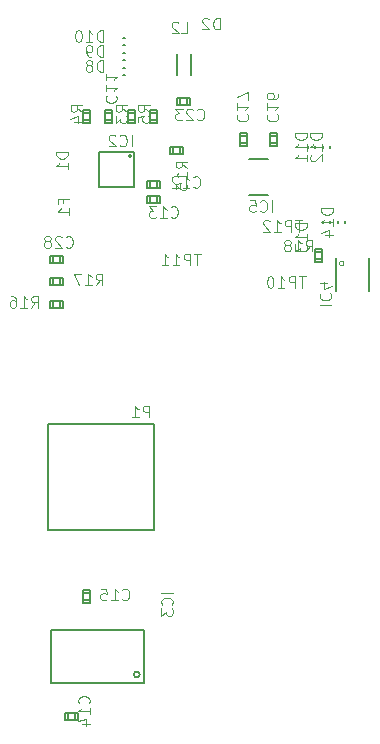
<source format=gbr>
G04 #@! TF.GenerationSoftware,KiCad,Pcbnew,5.0.2-bee76a0~70~ubuntu18.04.1*
G04 #@! TF.CreationDate,2019-09-11T11:18:42+02:00*
G04 #@! TF.ProjectId,easyhive_1_3,65617379-6869-4766-955f-315f332e6b69,rev?*
G04 #@! TF.SameCoordinates,Original*
G04 #@! TF.FileFunction,Legend,Bot*
G04 #@! TF.FilePolarity,Positive*
%FSLAX46Y46*%
G04 Gerber Fmt 4.6, Leading zero omitted, Abs format (unit mm)*
G04 Created by KiCad (PCBNEW 5.0.2-bee76a0~70~ubuntu18.04.1) date Mi 11 Sep 2019 11:18:42 CEST*
%MOMM*%
%LPD*%
G01*
G04 APERTURE LIST*
%ADD10C,0.127000*%
%ADD11C,0.152400*%
%ADD12C,0.100000*%
%ADD13C,0.203200*%
%ADD14C,0.096520*%
G04 APERTURE END LIST*
D10*
G04 #@! TO.C,C11*
X141496100Y-78068600D02*
X142096100Y-78068600D01*
X141496100Y-78668600D02*
X142096100Y-78668600D01*
X141496100Y-78068600D02*
X141496100Y-77818600D01*
X141496100Y-78668600D02*
X141496100Y-78068600D01*
X141496100Y-78918600D02*
X141496100Y-78668600D01*
X142096100Y-78068600D02*
X142096100Y-77818600D01*
X142096100Y-78668600D02*
X142096100Y-78068600D01*
X142096100Y-78918600D02*
X142096100Y-78668600D01*
X141496100Y-77818600D02*
X142096100Y-77818600D01*
X141496100Y-78918600D02*
X142096100Y-78918600D01*
G04 #@! TO.C,C12*
X145906100Y-83783600D02*
X145906100Y-84383600D01*
X145306100Y-83783600D02*
X145306100Y-84383600D01*
X145906100Y-83783600D02*
X146156100Y-83783600D01*
X145306100Y-83783600D02*
X145906100Y-83783600D01*
X145056100Y-83783600D02*
X145306100Y-83783600D01*
X145906100Y-84383600D02*
X146156100Y-84383600D01*
X145306100Y-84383600D02*
X145906100Y-84383600D01*
X145056100Y-84383600D02*
X145306100Y-84383600D01*
X146156100Y-83783600D02*
X146156100Y-84383600D01*
X145056100Y-83783600D02*
X145056100Y-84383600D01*
G04 #@! TO.C,C13*
X145906100Y-85053600D02*
X145906100Y-85653600D01*
X145306100Y-85053600D02*
X145306100Y-85653600D01*
X145906100Y-85053600D02*
X146156100Y-85053600D01*
X145306100Y-85053600D02*
X145906100Y-85053600D01*
X145056100Y-85053600D02*
X145306100Y-85053600D01*
X145906100Y-85653600D02*
X146156100Y-85653600D01*
X145306100Y-85653600D02*
X145906100Y-85653600D01*
X145056100Y-85653600D02*
X145306100Y-85653600D01*
X146156100Y-85053600D02*
X146156100Y-85653600D01*
X145056100Y-85053600D02*
X145056100Y-85653600D01*
D11*
G04 #@! TO.C,IC2*
X143931100Y-81313600D02*
X140931100Y-81313600D01*
X140931100Y-81313600D02*
X140931100Y-84313600D01*
X140931100Y-84313600D02*
X143931100Y-84313600D01*
X143931100Y-84313600D02*
X143931100Y-81313600D01*
X143681100Y-81688600D02*
G75*
G03X143681100Y-81688600I-125000J0D01*
G01*
D10*
G04 #@! TO.C,R3*
X144001100Y-78668600D02*
X143401100Y-78668600D01*
X144001100Y-78068600D02*
X143401100Y-78068600D01*
X144001100Y-78668600D02*
X144001100Y-78918600D01*
X144001100Y-78068600D02*
X144001100Y-78668600D01*
X144001100Y-77818600D02*
X144001100Y-78068600D01*
X143401100Y-78668600D02*
X143401100Y-78918600D01*
X143401100Y-78068600D02*
X143401100Y-78668600D01*
X143401100Y-77818600D02*
X143401100Y-78068600D01*
X144001100Y-78918600D02*
X143401100Y-78918600D01*
X144001100Y-77818600D02*
X143401100Y-77818600D01*
G04 #@! TO.C,R4*
X140191100Y-78668600D02*
X139591100Y-78668600D01*
X140191100Y-78068600D02*
X139591100Y-78068600D01*
X140191100Y-78668600D02*
X140191100Y-78918600D01*
X140191100Y-78068600D02*
X140191100Y-78668600D01*
X140191100Y-77818600D02*
X140191100Y-78068600D01*
X139591100Y-78668600D02*
X139591100Y-78918600D01*
X139591100Y-78068600D02*
X139591100Y-78668600D01*
X139591100Y-77818600D02*
X139591100Y-78068600D01*
X140191100Y-78918600D02*
X139591100Y-78918600D01*
X140191100Y-77818600D02*
X139591100Y-77818600D01*
G04 #@! TO.C,R5*
X145906100Y-78668600D02*
X145306100Y-78668600D01*
X145906100Y-78068600D02*
X145306100Y-78068600D01*
X145906100Y-78668600D02*
X145906100Y-78918600D01*
X145906100Y-78068600D02*
X145906100Y-78668600D01*
X145906100Y-77818600D02*
X145906100Y-78068600D01*
X145306100Y-78668600D02*
X145306100Y-78918600D01*
X145306100Y-78068600D02*
X145306100Y-78668600D01*
X145306100Y-77818600D02*
X145306100Y-78068600D01*
X145906100Y-78918600D02*
X145306100Y-78918600D01*
X145906100Y-77818600D02*
X145306100Y-77818600D01*
G04 #@! TO.C,IC3*
X144411100Y-125588600D02*
G75*
G03X144411100Y-125588600I-250000J0D01*
G01*
X144811100Y-126338600D02*
X144811100Y-121838600D01*
X136861100Y-126338600D02*
X144811100Y-126338600D01*
X136861100Y-121838600D02*
X136861100Y-126338600D01*
X144811100Y-121838600D02*
X136861100Y-121838600D01*
G04 #@! TO.C,C14*
X138321100Y-129468600D02*
X138321100Y-128868600D01*
X138921100Y-129468600D02*
X138921100Y-128868600D01*
X138321100Y-129468600D02*
X138071100Y-129468600D01*
X138921100Y-129468600D02*
X138321100Y-129468600D01*
X139171100Y-129468600D02*
X138921100Y-129468600D01*
X138321100Y-128868600D02*
X138071100Y-128868600D01*
X138921100Y-128868600D02*
X138321100Y-128868600D01*
X139171100Y-128868600D02*
X138921100Y-128868600D01*
X138071100Y-129468600D02*
X138071100Y-128868600D01*
X139171100Y-129468600D02*
X139171100Y-128868600D01*
G04 #@! TO.C,C15*
X140191100Y-119308600D02*
X139591100Y-119308600D01*
X140191100Y-118708600D02*
X139591100Y-118708600D01*
X140191100Y-119308600D02*
X140191100Y-119558600D01*
X140191100Y-118708600D02*
X140191100Y-119308600D01*
X140191100Y-118458600D02*
X140191100Y-118708600D01*
X139591100Y-119308600D02*
X139591100Y-119558600D01*
X139591100Y-118708600D02*
X139591100Y-119308600D01*
X139591100Y-118458600D02*
X139591100Y-118708600D01*
X140191100Y-119558600D02*
X139591100Y-119558600D01*
X140191100Y-118458600D02*
X139591100Y-118458600D01*
D12*
G04 #@! TO.C,IC4*
X161716100Y-90803600D02*
G75*
G03X161716100Y-90803600I-200000J0D01*
G01*
D13*
X161016100Y-93103600D02*
X161016100Y-90303600D01*
X163866100Y-90303600D02*
X163866100Y-93103600D01*
D10*
G04 #@! TO.C,IC5*
X155296100Y-81948600D02*
X153696100Y-81948600D01*
X153696100Y-84948600D02*
X155296100Y-84948600D01*
G04 #@! TO.C,C16*
X155466100Y-79973600D02*
X156066100Y-79973600D01*
X155466100Y-80573600D02*
X156066100Y-80573600D01*
X155466100Y-79973600D02*
X155466100Y-79723600D01*
X155466100Y-80573600D02*
X155466100Y-79973600D01*
X155466100Y-80823600D02*
X155466100Y-80573600D01*
X156066100Y-79973600D02*
X156066100Y-79723600D01*
X156066100Y-80573600D02*
X156066100Y-79973600D01*
X156066100Y-80823600D02*
X156066100Y-80573600D01*
X155466100Y-79723600D02*
X156066100Y-79723600D01*
X155466100Y-80823600D02*
X156066100Y-80823600D01*
G04 #@! TO.C,C17*
X152926100Y-79973600D02*
X153526100Y-79973600D01*
X152926100Y-80573600D02*
X153526100Y-80573600D01*
X152926100Y-79973600D02*
X152926100Y-79723600D01*
X152926100Y-80573600D02*
X152926100Y-79973600D01*
X152926100Y-80823600D02*
X152926100Y-80573600D01*
X153526100Y-79973600D02*
X153526100Y-79723600D01*
X153526100Y-80573600D02*
X153526100Y-79973600D01*
X153526100Y-80823600D02*
X153526100Y-80573600D01*
X152926100Y-79723600D02*
X153526100Y-79723600D01*
X152926100Y-80823600D02*
X153526100Y-80823600D01*
G04 #@! TO.C,D8*
X142966100Y-74258600D02*
X143166100Y-74258600D01*
X142966100Y-74858600D02*
X143166100Y-74858600D01*
G04 #@! TO.C,D9*
X142966100Y-72988600D02*
X143166100Y-72988600D01*
X142966100Y-73588600D02*
X143166100Y-73588600D01*
D13*
G04 #@! TO.C,L2*
X147546100Y-74823600D02*
X147546100Y-73023600D01*
X148746100Y-73023600D02*
X148746100Y-74823600D01*
D10*
G04 #@! TO.C,D10*
X142966100Y-71718600D02*
X143166100Y-71718600D01*
X142966100Y-72318600D02*
X143166100Y-72318600D01*
G04 #@! TO.C,C23*
X148446100Y-76798600D02*
X148446100Y-77398600D01*
X147846100Y-76798600D02*
X147846100Y-77398600D01*
X148446100Y-76798600D02*
X148696100Y-76798600D01*
X147846100Y-76798600D02*
X148446100Y-76798600D01*
X147596100Y-76798600D02*
X147846100Y-76798600D01*
X148446100Y-77398600D02*
X148696100Y-77398600D01*
X147846100Y-77398600D02*
X148446100Y-77398600D01*
X147596100Y-77398600D02*
X147846100Y-77398600D01*
X148696100Y-76798600D02*
X148696100Y-77398600D01*
X147596100Y-76798600D02*
X147596100Y-77398600D01*
G04 #@! TO.C,P1*
X145661100Y-104348600D02*
X136661100Y-104348600D01*
X145661100Y-113348600D02*
X145661100Y-104348600D01*
X136661100Y-113348600D02*
X145661100Y-113348600D01*
X136661100Y-104348600D02*
X136661100Y-113348600D01*
G04 #@! TO.C,R16*
X137051100Y-94543600D02*
X137051100Y-93943600D01*
X137651100Y-94543600D02*
X137651100Y-93943600D01*
X137051100Y-94543600D02*
X136801100Y-94543600D01*
X137651100Y-94543600D02*
X137051100Y-94543600D01*
X137901100Y-94543600D02*
X137651100Y-94543600D01*
X137051100Y-93943600D02*
X136801100Y-93943600D01*
X137651100Y-93943600D02*
X137051100Y-93943600D01*
X137901100Y-93943600D02*
X137651100Y-93943600D01*
X136801100Y-94543600D02*
X136801100Y-93943600D01*
X137901100Y-94543600D02*
X137901100Y-93943600D01*
G04 #@! TO.C,R17*
X137651100Y-92038600D02*
X137651100Y-92638600D01*
X137051100Y-92038600D02*
X137051100Y-92638600D01*
X137651100Y-92038600D02*
X137901100Y-92038600D01*
X137051100Y-92038600D02*
X137651100Y-92038600D01*
X136801100Y-92038600D02*
X137051100Y-92038600D01*
X137651100Y-92638600D02*
X137901100Y-92638600D01*
X137051100Y-92638600D02*
X137651100Y-92638600D01*
X136801100Y-92638600D02*
X137051100Y-92638600D01*
X137901100Y-92038600D02*
X137901100Y-92638600D01*
X136801100Y-92038600D02*
X136801100Y-92638600D01*
G04 #@! TO.C,C28*
X137051100Y-90733600D02*
X137051100Y-90133600D01*
X137651100Y-90733600D02*
X137651100Y-90133600D01*
X137051100Y-90733600D02*
X136801100Y-90733600D01*
X137651100Y-90733600D02*
X137051100Y-90733600D01*
X137901100Y-90733600D02*
X137651100Y-90733600D01*
X137051100Y-90133600D02*
X136801100Y-90133600D01*
X137651100Y-90133600D02*
X137051100Y-90133600D01*
X137901100Y-90133600D02*
X137651100Y-90133600D01*
X136801100Y-90733600D02*
X136801100Y-90133600D01*
X137901100Y-90733600D02*
X137901100Y-90133600D01*
G04 #@! TO.C,R18*
X159876100Y-90416100D02*
X159276100Y-90416100D01*
X159876100Y-89816100D02*
X159276100Y-89816100D01*
X159876100Y-90416100D02*
X159876100Y-90666100D01*
X159876100Y-89816100D02*
X159876100Y-90416100D01*
X159876100Y-89566100D02*
X159876100Y-89816100D01*
X159276100Y-90416100D02*
X159276100Y-90666100D01*
X159276100Y-89816100D02*
X159276100Y-90416100D01*
X159276100Y-89566100D02*
X159276100Y-89816100D01*
X159876100Y-90666100D02*
X159276100Y-90666100D01*
X159876100Y-89566100D02*
X159276100Y-89566100D01*
G04 #@! TO.C,D11*
X159241100Y-80808600D02*
X159241100Y-81008600D01*
X158641100Y-80808600D02*
X158641100Y-81008600D01*
G04 #@! TO.C,D12*
X160511100Y-80808600D02*
X160511100Y-81008600D01*
X159911100Y-80808600D02*
X159911100Y-81008600D01*
G04 #@! TO.C,D13*
X159911100Y-87358600D02*
X159911100Y-87158600D01*
X160511100Y-87358600D02*
X160511100Y-87158600D01*
G04 #@! TO.C,D14*
X161181100Y-87358600D02*
X161181100Y-87158600D01*
X161781100Y-87358600D02*
X161781100Y-87158600D01*
G04 #@! TO.C,R15*
X147211100Y-81526100D02*
X147211100Y-80926100D01*
X147811100Y-81526100D02*
X147811100Y-80926100D01*
X147211100Y-81526100D02*
X146961100Y-81526100D01*
X147811100Y-81526100D02*
X147211100Y-81526100D01*
X148061100Y-81526100D02*
X147811100Y-81526100D01*
X147211100Y-80926100D02*
X146961100Y-80926100D01*
X147811100Y-80926100D02*
X147211100Y-80926100D01*
X148061100Y-80926100D02*
X147811100Y-80926100D01*
X146961100Y-81526100D02*
X146961100Y-80926100D01*
X148061100Y-81526100D02*
X148061100Y-80926100D01*
G04 #@! TO.C,D1*
D14*
X138305138Y-81348647D02*
X137339938Y-81348647D01*
X137339938Y-81578457D01*
X137385900Y-81716342D01*
X137477823Y-81808266D01*
X137569747Y-81854228D01*
X137753595Y-81900190D01*
X137891480Y-81900190D01*
X138075328Y-81854228D01*
X138167252Y-81808266D01*
X138259176Y-81716342D01*
X138305138Y-81578457D01*
X138305138Y-81348647D01*
X138305138Y-82819428D02*
X138305138Y-82267885D01*
X138305138Y-82543657D02*
X137339938Y-82543657D01*
X137477823Y-82451733D01*
X137569747Y-82359809D01*
X137615709Y-82267885D01*
G04 #@! TO.C,D2*
X151176052Y-70972638D02*
X151176052Y-70007438D01*
X150946242Y-70007438D01*
X150808357Y-70053400D01*
X150716433Y-70145323D01*
X150670471Y-70237247D01*
X150624509Y-70421095D01*
X150624509Y-70558980D01*
X150670471Y-70742828D01*
X150716433Y-70834752D01*
X150808357Y-70926676D01*
X150946242Y-70972638D01*
X151176052Y-70972638D01*
X150256814Y-70099361D02*
X150210852Y-70053400D01*
X150118928Y-70007438D01*
X149889119Y-70007438D01*
X149797195Y-70053400D01*
X149751233Y-70099361D01*
X149705271Y-70191285D01*
X149705271Y-70283209D01*
X149751233Y-70421095D01*
X150302776Y-70972638D01*
X149705271Y-70972638D01*
G04 #@! TO.C,C11*
X141616485Y-76572009D02*
X141570523Y-76617971D01*
X141524561Y-76755857D01*
X141524561Y-76847781D01*
X141570523Y-76985666D01*
X141662447Y-77077590D01*
X141754371Y-77123552D01*
X141938219Y-77169514D01*
X142076104Y-77169514D01*
X142259952Y-77123552D01*
X142351876Y-77077590D01*
X142443800Y-76985666D01*
X142489761Y-76847781D01*
X142489761Y-76755857D01*
X142443800Y-76617971D01*
X142397838Y-76572009D01*
X141524561Y-75652771D02*
X141524561Y-76204314D01*
X141524561Y-75928542D02*
X142489761Y-75928542D01*
X142351876Y-76020466D01*
X142259952Y-76112390D01*
X142213990Y-76204314D01*
X141524561Y-74733533D02*
X141524561Y-75285076D01*
X141524561Y-75009304D02*
X142489761Y-75009304D01*
X142351876Y-75101228D01*
X142259952Y-75193152D01*
X142213990Y-75285076D01*
G04 #@! TO.C,C12*
X148961161Y-84275914D02*
X149007123Y-84321876D01*
X149145009Y-84367838D01*
X149236933Y-84367838D01*
X149374818Y-84321876D01*
X149466742Y-84229952D01*
X149512704Y-84138028D01*
X149558666Y-83954180D01*
X149558666Y-83816295D01*
X149512704Y-83632447D01*
X149466742Y-83540523D01*
X149374818Y-83448600D01*
X149236933Y-83402638D01*
X149145009Y-83402638D01*
X149007123Y-83448600D01*
X148961161Y-83494561D01*
X148041923Y-84367838D02*
X148593466Y-84367838D01*
X148317695Y-84367838D02*
X148317695Y-83402638D01*
X148409618Y-83540523D01*
X148501542Y-83632447D01*
X148593466Y-83678409D01*
X147674228Y-83494561D02*
X147628266Y-83448600D01*
X147536342Y-83402638D01*
X147306533Y-83402638D01*
X147214609Y-83448600D01*
X147168647Y-83494561D01*
X147122685Y-83586485D01*
X147122685Y-83678409D01*
X147168647Y-83816295D01*
X147720190Y-84367838D01*
X147122685Y-84367838D01*
G04 #@! TO.C,C13*
X147056161Y-86815914D02*
X147102123Y-86861876D01*
X147240009Y-86907838D01*
X147331933Y-86907838D01*
X147469818Y-86861876D01*
X147561742Y-86769952D01*
X147607704Y-86678028D01*
X147653666Y-86494180D01*
X147653666Y-86356295D01*
X147607704Y-86172447D01*
X147561742Y-86080523D01*
X147469818Y-85988600D01*
X147331933Y-85942638D01*
X147240009Y-85942638D01*
X147102123Y-85988600D01*
X147056161Y-86034561D01*
X146136923Y-86907838D02*
X146688466Y-86907838D01*
X146412695Y-86907838D02*
X146412695Y-85942638D01*
X146504618Y-86080523D01*
X146596542Y-86172447D01*
X146688466Y-86218409D01*
X145815190Y-85942638D02*
X145217685Y-85942638D01*
X145539418Y-86310333D01*
X145401533Y-86310333D01*
X145309609Y-86356295D01*
X145263647Y-86402257D01*
X145217685Y-86494180D01*
X145217685Y-86723990D01*
X145263647Y-86815914D01*
X145309609Y-86861876D01*
X145401533Y-86907838D01*
X145677304Y-86907838D01*
X145769228Y-86861876D01*
X145815190Y-86815914D01*
G04 #@! TO.C,IC2*
X143726052Y-80862638D02*
X143726052Y-79897438D01*
X142714890Y-80770714D02*
X142760852Y-80816676D01*
X142898738Y-80862638D01*
X142990662Y-80862638D01*
X143128547Y-80816676D01*
X143220471Y-80724752D01*
X143266433Y-80632828D01*
X143312395Y-80448980D01*
X143312395Y-80311095D01*
X143266433Y-80127247D01*
X143220471Y-80035323D01*
X143128547Y-79943400D01*
X142990662Y-79897438D01*
X142898738Y-79897438D01*
X142760852Y-79943400D01*
X142714890Y-79989361D01*
X142347195Y-79989361D02*
X142301233Y-79943400D01*
X142209309Y-79897438D01*
X141979500Y-79897438D01*
X141887576Y-79943400D01*
X141841614Y-79989361D01*
X141795652Y-80081285D01*
X141795652Y-80173209D01*
X141841614Y-80311095D01*
X142393157Y-80862638D01*
X141795652Y-80862638D01*
G04 #@! TO.C,R3*
X143337638Y-77942690D02*
X142878019Y-77620957D01*
X143337638Y-77391147D02*
X142372438Y-77391147D01*
X142372438Y-77758842D01*
X142418400Y-77850766D01*
X142464361Y-77896728D01*
X142556285Y-77942690D01*
X142694171Y-77942690D01*
X142786095Y-77896728D01*
X142832057Y-77850766D01*
X142878019Y-77758842D01*
X142878019Y-77391147D01*
X142372438Y-78264423D02*
X142372438Y-78861928D01*
X142740133Y-78540195D01*
X142740133Y-78678080D01*
X142786095Y-78770004D01*
X142832057Y-78815966D01*
X142923980Y-78861928D01*
X143153790Y-78861928D01*
X143245714Y-78815966D01*
X143291676Y-78770004D01*
X143337638Y-78678080D01*
X143337638Y-78402309D01*
X143291676Y-78310385D01*
X143245714Y-78264423D01*
G04 #@! TO.C,R4*
X139527638Y-77942690D02*
X139068019Y-77620957D01*
X139527638Y-77391147D02*
X138562438Y-77391147D01*
X138562438Y-77758842D01*
X138608400Y-77850766D01*
X138654361Y-77896728D01*
X138746285Y-77942690D01*
X138884171Y-77942690D01*
X138976095Y-77896728D01*
X139022057Y-77850766D01*
X139068019Y-77758842D01*
X139068019Y-77391147D01*
X138884171Y-78770004D02*
X139527638Y-78770004D01*
X138516476Y-78540195D02*
X139205904Y-78310385D01*
X139205904Y-78907890D01*
G04 #@! TO.C,R5*
X145242638Y-77942690D02*
X144783019Y-77620957D01*
X145242638Y-77391147D02*
X144277438Y-77391147D01*
X144277438Y-77758842D01*
X144323400Y-77850766D01*
X144369361Y-77896728D01*
X144461285Y-77942690D01*
X144599171Y-77942690D01*
X144691095Y-77896728D01*
X144737057Y-77850766D01*
X144783019Y-77758842D01*
X144783019Y-77391147D01*
X144277438Y-78815966D02*
X144277438Y-78356347D01*
X144737057Y-78310385D01*
X144691095Y-78356347D01*
X144645133Y-78448271D01*
X144645133Y-78678080D01*
X144691095Y-78770004D01*
X144737057Y-78815966D01*
X144828980Y-78861928D01*
X145058790Y-78861928D01*
X145150714Y-78815966D01*
X145196676Y-78770004D01*
X145242638Y-78678080D01*
X145242638Y-78448271D01*
X145196676Y-78356347D01*
X145150714Y-78310385D01*
G04 #@! TO.C,IC3*
X147207838Y-118661614D02*
X146242638Y-118661614D01*
X147115914Y-119672776D02*
X147161876Y-119626814D01*
X147207838Y-119488928D01*
X147207838Y-119397004D01*
X147161876Y-119259119D01*
X147069952Y-119167195D01*
X146978028Y-119121233D01*
X146794180Y-119075271D01*
X146656295Y-119075271D01*
X146472447Y-119121233D01*
X146380523Y-119167195D01*
X146288600Y-119259119D01*
X146242638Y-119397004D01*
X146242638Y-119488928D01*
X146288600Y-119626814D01*
X146334561Y-119672776D01*
X146242638Y-119994509D02*
X146242638Y-120592014D01*
X146610333Y-120270281D01*
X146610333Y-120408166D01*
X146656295Y-120500090D01*
X146702257Y-120546052D01*
X146794180Y-120592014D01*
X147023990Y-120592014D01*
X147115914Y-120546052D01*
X147161876Y-120500090D01*
X147207838Y-120408166D01*
X147207838Y-120132395D01*
X147161876Y-120040471D01*
X147115914Y-119994509D01*
G04 #@! TO.C,C14*
X140083414Y-128036038D02*
X140129376Y-127990076D01*
X140175338Y-127852190D01*
X140175338Y-127760266D01*
X140129376Y-127622381D01*
X140037452Y-127530457D01*
X139945528Y-127484495D01*
X139761680Y-127438533D01*
X139623795Y-127438533D01*
X139439947Y-127484495D01*
X139348023Y-127530457D01*
X139256100Y-127622381D01*
X139210138Y-127760266D01*
X139210138Y-127852190D01*
X139256100Y-127990076D01*
X139302061Y-128036038D01*
X140175338Y-128955276D02*
X140175338Y-128403733D01*
X140175338Y-128679504D02*
X139210138Y-128679504D01*
X139348023Y-128587581D01*
X139439947Y-128495657D01*
X139485909Y-128403733D01*
X139531871Y-129782590D02*
X140175338Y-129782590D01*
X139164176Y-129552781D02*
X139853604Y-129322971D01*
X139853604Y-129920476D01*
G04 #@! TO.C,C15*
X142928661Y-119200914D02*
X142974623Y-119246876D01*
X143112509Y-119292838D01*
X143204433Y-119292838D01*
X143342318Y-119246876D01*
X143434242Y-119154952D01*
X143480204Y-119063028D01*
X143526166Y-118879180D01*
X143526166Y-118741295D01*
X143480204Y-118557447D01*
X143434242Y-118465523D01*
X143342318Y-118373600D01*
X143204433Y-118327638D01*
X143112509Y-118327638D01*
X142974623Y-118373600D01*
X142928661Y-118419561D01*
X142009423Y-119292838D02*
X142560966Y-119292838D01*
X142285195Y-119292838D02*
X142285195Y-118327638D01*
X142377118Y-118465523D01*
X142469042Y-118557447D01*
X142560966Y-118603409D01*
X141136147Y-118327638D02*
X141595766Y-118327638D01*
X141641728Y-118787257D01*
X141595766Y-118741295D01*
X141503842Y-118695333D01*
X141274033Y-118695333D01*
X141182109Y-118741295D01*
X141136147Y-118787257D01*
X141090185Y-118879180D01*
X141090185Y-119108990D01*
X141136147Y-119200914D01*
X141182109Y-119246876D01*
X141274033Y-119292838D01*
X141503842Y-119292838D01*
X141595766Y-119246876D01*
X141641728Y-119200914D01*
G04 #@! TO.C,IC4*
X159659561Y-94306052D02*
X160624761Y-94306052D01*
X159751485Y-93294890D02*
X159705523Y-93340852D01*
X159659561Y-93478738D01*
X159659561Y-93570662D01*
X159705523Y-93708547D01*
X159797447Y-93800471D01*
X159889371Y-93846433D01*
X160073219Y-93892395D01*
X160211104Y-93892395D01*
X160394952Y-93846433D01*
X160486876Y-93800471D01*
X160578800Y-93708547D01*
X160624761Y-93570662D01*
X160624761Y-93478738D01*
X160578800Y-93340852D01*
X160532838Y-93294890D01*
X160303028Y-92467576D02*
X159659561Y-92467576D01*
X160670723Y-92697385D02*
X159981295Y-92927195D01*
X159981295Y-92329690D01*
G04 #@! TO.C,IC5*
X155636052Y-86415138D02*
X155636052Y-85449938D01*
X154624890Y-86323214D02*
X154670852Y-86369176D01*
X154808738Y-86415138D01*
X154900662Y-86415138D01*
X155038547Y-86369176D01*
X155130471Y-86277252D01*
X155176433Y-86185328D01*
X155222395Y-86001480D01*
X155222395Y-85863595D01*
X155176433Y-85679747D01*
X155130471Y-85587823D01*
X155038547Y-85495900D01*
X154900662Y-85449938D01*
X154808738Y-85449938D01*
X154670852Y-85495900D01*
X154624890Y-85541861D01*
X153751614Y-85449938D02*
X154211233Y-85449938D01*
X154257195Y-85909557D01*
X154211233Y-85863595D01*
X154119309Y-85817633D01*
X153889500Y-85817633D01*
X153797576Y-85863595D01*
X153751614Y-85909557D01*
X153705652Y-86001480D01*
X153705652Y-86231290D01*
X153751614Y-86323214D01*
X153797576Y-86369176D01*
X153889500Y-86415138D01*
X154119309Y-86415138D01*
X154211233Y-86369176D01*
X154257195Y-86323214D01*
G04 #@! TO.C,C16*
X155268985Y-78159509D02*
X155223023Y-78205471D01*
X155177061Y-78343357D01*
X155177061Y-78435281D01*
X155223023Y-78573166D01*
X155314947Y-78665090D01*
X155406871Y-78711052D01*
X155590719Y-78757014D01*
X155728604Y-78757014D01*
X155912452Y-78711052D01*
X156004376Y-78665090D01*
X156096300Y-78573166D01*
X156142261Y-78435281D01*
X156142261Y-78343357D01*
X156096300Y-78205471D01*
X156050338Y-78159509D01*
X155177061Y-77240271D02*
X155177061Y-77791814D01*
X155177061Y-77516042D02*
X156142261Y-77516042D01*
X156004376Y-77607966D01*
X155912452Y-77699890D01*
X155866490Y-77791814D01*
X156142261Y-76412957D02*
X156142261Y-76596804D01*
X156096300Y-76688728D01*
X156050338Y-76734690D01*
X155912452Y-76826614D01*
X155728604Y-76872576D01*
X155360909Y-76872576D01*
X155268985Y-76826614D01*
X155223023Y-76780652D01*
X155177061Y-76688728D01*
X155177061Y-76504881D01*
X155223023Y-76412957D01*
X155268985Y-76366995D01*
X155360909Y-76321033D01*
X155590719Y-76321033D01*
X155682642Y-76366995D01*
X155728604Y-76412957D01*
X155774566Y-76504881D01*
X155774566Y-76688728D01*
X155728604Y-76780652D01*
X155682642Y-76826614D01*
X155590719Y-76872576D01*
G04 #@! TO.C,C17*
X152728985Y-78159509D02*
X152683023Y-78205471D01*
X152637061Y-78343357D01*
X152637061Y-78435281D01*
X152683023Y-78573166D01*
X152774947Y-78665090D01*
X152866871Y-78711052D01*
X153050719Y-78757014D01*
X153188604Y-78757014D01*
X153372452Y-78711052D01*
X153464376Y-78665090D01*
X153556300Y-78573166D01*
X153602261Y-78435281D01*
X153602261Y-78343357D01*
X153556300Y-78205471D01*
X153510338Y-78159509D01*
X152637061Y-77240271D02*
X152637061Y-77791814D01*
X152637061Y-77516042D02*
X153602261Y-77516042D01*
X153464376Y-77607966D01*
X153372452Y-77699890D01*
X153326490Y-77791814D01*
X153602261Y-76918538D02*
X153602261Y-76275071D01*
X152637061Y-76688728D01*
G04 #@! TO.C,D8*
X141333552Y-74547638D02*
X141333552Y-73582438D01*
X141103742Y-73582438D01*
X140965857Y-73628400D01*
X140873933Y-73720323D01*
X140827971Y-73812247D01*
X140782009Y-73996095D01*
X140782009Y-74133980D01*
X140827971Y-74317828D01*
X140873933Y-74409752D01*
X140965857Y-74501676D01*
X141103742Y-74547638D01*
X141333552Y-74547638D01*
X140230466Y-73996095D02*
X140322390Y-73950133D01*
X140368352Y-73904171D01*
X140414314Y-73812247D01*
X140414314Y-73766285D01*
X140368352Y-73674361D01*
X140322390Y-73628400D01*
X140230466Y-73582438D01*
X140046619Y-73582438D01*
X139954695Y-73628400D01*
X139908733Y-73674361D01*
X139862771Y-73766285D01*
X139862771Y-73812247D01*
X139908733Y-73904171D01*
X139954695Y-73950133D01*
X140046619Y-73996095D01*
X140230466Y-73996095D01*
X140322390Y-74042057D01*
X140368352Y-74088019D01*
X140414314Y-74179942D01*
X140414314Y-74363790D01*
X140368352Y-74455714D01*
X140322390Y-74501676D01*
X140230466Y-74547638D01*
X140046619Y-74547638D01*
X139954695Y-74501676D01*
X139908733Y-74455714D01*
X139862771Y-74363790D01*
X139862771Y-74179942D01*
X139908733Y-74088019D01*
X139954695Y-74042057D01*
X140046619Y-73996095D01*
G04 #@! TO.C,D9*
X141333552Y-73277638D02*
X141333552Y-72312438D01*
X141103742Y-72312438D01*
X140965857Y-72358400D01*
X140873933Y-72450323D01*
X140827971Y-72542247D01*
X140782009Y-72726095D01*
X140782009Y-72863980D01*
X140827971Y-73047828D01*
X140873933Y-73139752D01*
X140965857Y-73231676D01*
X141103742Y-73277638D01*
X141333552Y-73277638D01*
X140322390Y-73277638D02*
X140138542Y-73277638D01*
X140046619Y-73231676D01*
X140000657Y-73185714D01*
X139908733Y-73047828D01*
X139862771Y-72863980D01*
X139862771Y-72496285D01*
X139908733Y-72404361D01*
X139954695Y-72358400D01*
X140046619Y-72312438D01*
X140230466Y-72312438D01*
X140322390Y-72358400D01*
X140368352Y-72404361D01*
X140414314Y-72496285D01*
X140414314Y-72726095D01*
X140368352Y-72818019D01*
X140322390Y-72863980D01*
X140230466Y-72909942D01*
X140046619Y-72909942D01*
X139954695Y-72863980D01*
X139908733Y-72818019D01*
X139862771Y-72726095D01*
G04 #@! TO.C,L2*
X147949433Y-71293138D02*
X148409052Y-71293138D01*
X148409052Y-70327938D01*
X147673662Y-70419861D02*
X147627700Y-70373900D01*
X147535776Y-70327938D01*
X147305966Y-70327938D01*
X147214042Y-70373900D01*
X147168081Y-70419861D01*
X147122119Y-70511785D01*
X147122119Y-70603709D01*
X147168081Y-70741595D01*
X147719623Y-71293138D01*
X147122119Y-71293138D01*
G04 #@! TO.C,D10*
X141333552Y-72007638D02*
X141333552Y-71042438D01*
X141103742Y-71042438D01*
X140965857Y-71088400D01*
X140873933Y-71180323D01*
X140827971Y-71272247D01*
X140782009Y-71456095D01*
X140782009Y-71593980D01*
X140827971Y-71777828D01*
X140873933Y-71869752D01*
X140965857Y-71961676D01*
X141103742Y-72007638D01*
X141333552Y-72007638D01*
X139862771Y-72007638D02*
X140414314Y-72007638D01*
X140138542Y-72007638D02*
X140138542Y-71042438D01*
X140230466Y-71180323D01*
X140322390Y-71272247D01*
X140414314Y-71318209D01*
X139265266Y-71042438D02*
X139173342Y-71042438D01*
X139081419Y-71088400D01*
X139035457Y-71134361D01*
X138989495Y-71226285D01*
X138943533Y-71410133D01*
X138943533Y-71639942D01*
X138989495Y-71823790D01*
X139035457Y-71915714D01*
X139081419Y-71961676D01*
X139173342Y-72007638D01*
X139265266Y-72007638D01*
X139357190Y-71961676D01*
X139403152Y-71915714D01*
X139449114Y-71823790D01*
X139495076Y-71639942D01*
X139495076Y-71410133D01*
X139449114Y-71226285D01*
X139403152Y-71134361D01*
X139357190Y-71088400D01*
X139265266Y-71042438D01*
G04 #@! TO.C,C23*
X149278661Y-78560914D02*
X149324623Y-78606876D01*
X149462509Y-78652838D01*
X149554433Y-78652838D01*
X149692318Y-78606876D01*
X149784242Y-78514952D01*
X149830204Y-78423028D01*
X149876166Y-78239180D01*
X149876166Y-78101295D01*
X149830204Y-77917447D01*
X149784242Y-77825523D01*
X149692318Y-77733600D01*
X149554433Y-77687638D01*
X149462509Y-77687638D01*
X149324623Y-77733600D01*
X149278661Y-77779561D01*
X148910966Y-77779561D02*
X148865004Y-77733600D01*
X148773080Y-77687638D01*
X148543271Y-77687638D01*
X148451347Y-77733600D01*
X148405385Y-77779561D01*
X148359423Y-77871485D01*
X148359423Y-77963409D01*
X148405385Y-78101295D01*
X148956928Y-78652838D01*
X148359423Y-78652838D01*
X148037690Y-77687638D02*
X147440185Y-77687638D01*
X147761918Y-78055333D01*
X147624033Y-78055333D01*
X147532109Y-78101295D01*
X147486147Y-78147257D01*
X147440185Y-78239180D01*
X147440185Y-78468990D01*
X147486147Y-78560914D01*
X147532109Y-78606876D01*
X147624033Y-78652838D01*
X147899804Y-78652838D01*
X147991728Y-78606876D01*
X148037690Y-78560914D01*
G04 #@! TO.C,F1*
X137942557Y-85650380D02*
X137942557Y-85328647D01*
X138448138Y-85328647D02*
X137482938Y-85328647D01*
X137482938Y-85788266D01*
X138448138Y-86661542D02*
X138448138Y-86109999D01*
X138448138Y-86385771D02*
X137482938Y-86385771D01*
X137620823Y-86293847D01*
X137712747Y-86201923D01*
X137758709Y-86109999D01*
G04 #@! TO.C,P1*
X145233552Y-103802638D02*
X145233552Y-102837438D01*
X144865857Y-102837438D01*
X144773933Y-102883400D01*
X144727971Y-102929361D01*
X144682009Y-103021285D01*
X144682009Y-103159171D01*
X144727971Y-103251095D01*
X144773933Y-103297057D01*
X144865857Y-103343019D01*
X145233552Y-103343019D01*
X143762771Y-103802638D02*
X144314314Y-103802638D01*
X144038542Y-103802638D02*
X144038542Y-102837438D01*
X144130466Y-102975323D01*
X144222390Y-103067247D01*
X144314314Y-103113209D01*
G04 #@! TO.C,R16*
X135237009Y-94515138D02*
X135558742Y-94055519D01*
X135788552Y-94515138D02*
X135788552Y-93549938D01*
X135420857Y-93549938D01*
X135328933Y-93595900D01*
X135282971Y-93641861D01*
X135237009Y-93733785D01*
X135237009Y-93871671D01*
X135282971Y-93963595D01*
X135328933Y-94009557D01*
X135420857Y-94055519D01*
X135788552Y-94055519D01*
X134317771Y-94515138D02*
X134869314Y-94515138D01*
X134593542Y-94515138D02*
X134593542Y-93549938D01*
X134685466Y-93687823D01*
X134777390Y-93779747D01*
X134869314Y-93825709D01*
X133490457Y-93549938D02*
X133674304Y-93549938D01*
X133766228Y-93595900D01*
X133812190Y-93641861D01*
X133904114Y-93779747D01*
X133950076Y-93963595D01*
X133950076Y-94331290D01*
X133904114Y-94423214D01*
X133858152Y-94469176D01*
X133766228Y-94515138D01*
X133582381Y-94515138D01*
X133490457Y-94469176D01*
X133444495Y-94423214D01*
X133398533Y-94331290D01*
X133398533Y-94101480D01*
X133444495Y-94009557D01*
X133490457Y-93963595D01*
X133582381Y-93917633D01*
X133766228Y-93917633D01*
X133858152Y-93963595D01*
X133904114Y-94009557D01*
X133950076Y-94101480D01*
G04 #@! TO.C,R17*
X140706161Y-92622838D02*
X141027895Y-92163219D01*
X141257704Y-92622838D02*
X141257704Y-91657638D01*
X140890009Y-91657638D01*
X140798085Y-91703600D01*
X140752123Y-91749561D01*
X140706161Y-91841485D01*
X140706161Y-91979371D01*
X140752123Y-92071295D01*
X140798085Y-92117257D01*
X140890009Y-92163219D01*
X141257704Y-92163219D01*
X139786923Y-92622838D02*
X140338466Y-92622838D01*
X140062695Y-92622838D02*
X140062695Y-91657638D01*
X140154618Y-91795523D01*
X140246542Y-91887447D01*
X140338466Y-91933409D01*
X139465190Y-91657638D02*
X138821723Y-91657638D01*
X139235380Y-92622838D01*
G04 #@! TO.C,C28*
X138166161Y-89355914D02*
X138212123Y-89401876D01*
X138350009Y-89447838D01*
X138441933Y-89447838D01*
X138579818Y-89401876D01*
X138671742Y-89309952D01*
X138717704Y-89218028D01*
X138763666Y-89034180D01*
X138763666Y-88896295D01*
X138717704Y-88712447D01*
X138671742Y-88620523D01*
X138579818Y-88528600D01*
X138441933Y-88482638D01*
X138350009Y-88482638D01*
X138212123Y-88528600D01*
X138166161Y-88574561D01*
X137798466Y-88574561D02*
X137752504Y-88528600D01*
X137660580Y-88482638D01*
X137430771Y-88482638D01*
X137338847Y-88528600D01*
X137292885Y-88574561D01*
X137246923Y-88666485D01*
X137246923Y-88758409D01*
X137292885Y-88896295D01*
X137844428Y-89447838D01*
X137246923Y-89447838D01*
X136695380Y-88896295D02*
X136787304Y-88850333D01*
X136833266Y-88804371D01*
X136879228Y-88712447D01*
X136879228Y-88666485D01*
X136833266Y-88574561D01*
X136787304Y-88528600D01*
X136695380Y-88482638D01*
X136511533Y-88482638D01*
X136419609Y-88528600D01*
X136373647Y-88574561D01*
X136327685Y-88666485D01*
X136327685Y-88712447D01*
X136373647Y-88804371D01*
X136419609Y-88850333D01*
X136511533Y-88896295D01*
X136695380Y-88896295D01*
X136787304Y-88942257D01*
X136833266Y-88988219D01*
X136879228Y-89080142D01*
X136879228Y-89263990D01*
X136833266Y-89355914D01*
X136787304Y-89401876D01*
X136695380Y-89447838D01*
X136511533Y-89447838D01*
X136419609Y-89401876D01*
X136373647Y-89355914D01*
X136327685Y-89263990D01*
X136327685Y-89080142D01*
X136373647Y-88988219D01*
X136419609Y-88942257D01*
X136511533Y-88896295D01*
G04 #@! TO.C,R18*
X158486161Y-89765338D02*
X158807895Y-89305719D01*
X159037704Y-89765338D02*
X159037704Y-88800138D01*
X158670009Y-88800138D01*
X158578085Y-88846100D01*
X158532123Y-88892061D01*
X158486161Y-88983985D01*
X158486161Y-89121871D01*
X158532123Y-89213795D01*
X158578085Y-89259757D01*
X158670009Y-89305719D01*
X159037704Y-89305719D01*
X157566923Y-89765338D02*
X158118466Y-89765338D01*
X157842695Y-89765338D02*
X157842695Y-88800138D01*
X157934618Y-88938023D01*
X158026542Y-89029947D01*
X158118466Y-89075909D01*
X157015380Y-89213795D02*
X157107304Y-89167833D01*
X157153266Y-89121871D01*
X157199228Y-89029947D01*
X157199228Y-88983985D01*
X157153266Y-88892061D01*
X157107304Y-88846100D01*
X157015380Y-88800138D01*
X156831533Y-88800138D01*
X156739609Y-88846100D01*
X156693647Y-88892061D01*
X156647685Y-88983985D01*
X156647685Y-89029947D01*
X156693647Y-89121871D01*
X156739609Y-89167833D01*
X156831533Y-89213795D01*
X157015380Y-89213795D01*
X157107304Y-89259757D01*
X157153266Y-89305719D01*
X157199228Y-89397642D01*
X157199228Y-89581490D01*
X157153266Y-89673414D01*
X157107304Y-89719376D01*
X157015380Y-89765338D01*
X156831533Y-89765338D01*
X156739609Y-89719376D01*
X156693647Y-89673414D01*
X156647685Y-89581490D01*
X156647685Y-89397642D01*
X156693647Y-89305719D01*
X156739609Y-89259757D01*
X156831533Y-89213795D01*
G04 #@! TO.C,D11*
X158542638Y-79761147D02*
X157577438Y-79761147D01*
X157577438Y-79990957D01*
X157623400Y-80128842D01*
X157715323Y-80220766D01*
X157807247Y-80266728D01*
X157991095Y-80312690D01*
X158128980Y-80312690D01*
X158312828Y-80266728D01*
X158404752Y-80220766D01*
X158496676Y-80128842D01*
X158542638Y-79990957D01*
X158542638Y-79761147D01*
X158542638Y-81231928D02*
X158542638Y-80680385D01*
X158542638Y-80956157D02*
X157577438Y-80956157D01*
X157715323Y-80864233D01*
X157807247Y-80772309D01*
X157853209Y-80680385D01*
X158542638Y-82151166D02*
X158542638Y-81599623D01*
X158542638Y-81875395D02*
X157577438Y-81875395D01*
X157715323Y-81783471D01*
X157807247Y-81691547D01*
X157853209Y-81599623D01*
G04 #@! TO.C,D12*
X159812638Y-79761147D02*
X158847438Y-79761147D01*
X158847438Y-79990957D01*
X158893400Y-80128842D01*
X158985323Y-80220766D01*
X159077247Y-80266728D01*
X159261095Y-80312690D01*
X159398980Y-80312690D01*
X159582828Y-80266728D01*
X159674752Y-80220766D01*
X159766676Y-80128842D01*
X159812638Y-79990957D01*
X159812638Y-79761147D01*
X159812638Y-81231928D02*
X159812638Y-80680385D01*
X159812638Y-80956157D02*
X158847438Y-80956157D01*
X158985323Y-80864233D01*
X159077247Y-80772309D01*
X159123209Y-80680385D01*
X158939361Y-81599623D02*
X158893400Y-81645585D01*
X158847438Y-81737509D01*
X158847438Y-81967318D01*
X158893400Y-82059242D01*
X158939361Y-82105204D01*
X159031285Y-82151166D01*
X159123209Y-82151166D01*
X159261095Y-82105204D01*
X159812638Y-81553661D01*
X159812638Y-82151166D01*
G04 #@! TO.C,D13*
X158542638Y-87381147D02*
X157577438Y-87381147D01*
X157577438Y-87610957D01*
X157623400Y-87748842D01*
X157715323Y-87840766D01*
X157807247Y-87886728D01*
X157991095Y-87932690D01*
X158128980Y-87932690D01*
X158312828Y-87886728D01*
X158404752Y-87840766D01*
X158496676Y-87748842D01*
X158542638Y-87610957D01*
X158542638Y-87381147D01*
X158542638Y-88851928D02*
X158542638Y-88300385D01*
X158542638Y-88576157D02*
X157577438Y-88576157D01*
X157715323Y-88484233D01*
X157807247Y-88392309D01*
X157853209Y-88300385D01*
X157577438Y-89173661D02*
X157577438Y-89771166D01*
X157945133Y-89449433D01*
X157945133Y-89587318D01*
X157991095Y-89679242D01*
X158037057Y-89725204D01*
X158128980Y-89771166D01*
X158358790Y-89771166D01*
X158450714Y-89725204D01*
X158496676Y-89679242D01*
X158542638Y-89587318D01*
X158542638Y-89311547D01*
X158496676Y-89219623D01*
X158450714Y-89173661D01*
G04 #@! TO.C,D14*
X160765138Y-86111147D02*
X159799938Y-86111147D01*
X159799938Y-86340957D01*
X159845900Y-86478842D01*
X159937823Y-86570766D01*
X160029747Y-86616728D01*
X160213595Y-86662690D01*
X160351480Y-86662690D01*
X160535328Y-86616728D01*
X160627252Y-86570766D01*
X160719176Y-86478842D01*
X160765138Y-86340957D01*
X160765138Y-86111147D01*
X160765138Y-87581928D02*
X160765138Y-87030385D01*
X160765138Y-87306157D02*
X159799938Y-87306157D01*
X159937823Y-87214233D01*
X160029747Y-87122309D01*
X160075709Y-87030385D01*
X160121671Y-88409242D02*
X160765138Y-88409242D01*
X159753976Y-88179433D02*
X160443404Y-87949623D01*
X160443404Y-88547128D01*
G04 #@! TO.C,TP10*
X158451438Y-91879838D02*
X157899895Y-91879838D01*
X158175666Y-92845038D02*
X158175666Y-91879838D01*
X157578162Y-92845038D02*
X157578162Y-91879838D01*
X157210466Y-91879838D01*
X157118542Y-91925800D01*
X157072581Y-91971761D01*
X157026619Y-92063685D01*
X157026619Y-92201571D01*
X157072581Y-92293495D01*
X157118542Y-92339457D01*
X157210466Y-92385419D01*
X157578162Y-92385419D01*
X156107381Y-92845038D02*
X156658923Y-92845038D01*
X156383152Y-92845038D02*
X156383152Y-91879838D01*
X156475076Y-92017723D01*
X156567000Y-92109647D01*
X156658923Y-92155609D01*
X155509876Y-91879838D02*
X155417952Y-91879838D01*
X155326028Y-91925800D01*
X155280066Y-91971761D01*
X155234104Y-92063685D01*
X155188142Y-92247533D01*
X155188142Y-92477342D01*
X155234104Y-92661190D01*
X155280066Y-92753114D01*
X155326028Y-92799076D01*
X155417952Y-92845038D01*
X155509876Y-92845038D01*
X155601800Y-92799076D01*
X155647762Y-92753114D01*
X155693723Y-92661190D01*
X155739685Y-92477342D01*
X155739685Y-92247533D01*
X155693723Y-92063685D01*
X155647762Y-91971761D01*
X155601800Y-91925800D01*
X155509876Y-91879838D01*
G04 #@! TO.C,TP11*
X149561438Y-89974838D02*
X149009895Y-89974838D01*
X149285666Y-90940038D02*
X149285666Y-89974838D01*
X148688162Y-90940038D02*
X148688162Y-89974838D01*
X148320466Y-89974838D01*
X148228542Y-90020800D01*
X148182581Y-90066761D01*
X148136619Y-90158685D01*
X148136619Y-90296571D01*
X148182581Y-90388495D01*
X148228542Y-90434457D01*
X148320466Y-90480419D01*
X148688162Y-90480419D01*
X147217381Y-90940038D02*
X147768923Y-90940038D01*
X147493152Y-90940038D02*
X147493152Y-89974838D01*
X147585076Y-90112723D01*
X147677000Y-90204647D01*
X147768923Y-90250609D01*
X146298142Y-90940038D02*
X146849685Y-90940038D01*
X146573914Y-90940038D02*
X146573914Y-89974838D01*
X146665838Y-90112723D01*
X146757762Y-90204647D01*
X146849685Y-90250609D01*
G04 #@! TO.C,TP12*
X158133938Y-87117338D02*
X157582395Y-87117338D01*
X157858166Y-88082538D02*
X157858166Y-87117338D01*
X157260662Y-88082538D02*
X157260662Y-87117338D01*
X156892966Y-87117338D01*
X156801042Y-87163300D01*
X156755081Y-87209261D01*
X156709119Y-87301185D01*
X156709119Y-87439071D01*
X156755081Y-87530995D01*
X156801042Y-87576957D01*
X156892966Y-87622919D01*
X157260662Y-87622919D01*
X155789881Y-88082538D02*
X156341423Y-88082538D01*
X156065652Y-88082538D02*
X156065652Y-87117338D01*
X156157576Y-87255223D01*
X156249500Y-87347147D01*
X156341423Y-87393109D01*
X155422185Y-87209261D02*
X155376223Y-87163300D01*
X155284300Y-87117338D01*
X155054490Y-87117338D01*
X154962566Y-87163300D01*
X154916604Y-87209261D01*
X154870642Y-87301185D01*
X154870642Y-87393109D01*
X154916604Y-87530995D01*
X155468147Y-88082538D01*
X154870642Y-88082538D01*
G04 #@! TO.C,R15*
X148417638Y-82705190D02*
X147958019Y-82383457D01*
X148417638Y-82153647D02*
X147452438Y-82153647D01*
X147452438Y-82521342D01*
X147498400Y-82613266D01*
X147544361Y-82659228D01*
X147636285Y-82705190D01*
X147774171Y-82705190D01*
X147866095Y-82659228D01*
X147912057Y-82613266D01*
X147958019Y-82521342D01*
X147958019Y-82153647D01*
X148417638Y-83624428D02*
X148417638Y-83072885D01*
X148417638Y-83348657D02*
X147452438Y-83348657D01*
X147590323Y-83256733D01*
X147682247Y-83164809D01*
X147728209Y-83072885D01*
X147452438Y-84497704D02*
X147452438Y-84038085D01*
X147912057Y-83992123D01*
X147866095Y-84038085D01*
X147820133Y-84130009D01*
X147820133Y-84359818D01*
X147866095Y-84451742D01*
X147912057Y-84497704D01*
X148003980Y-84543666D01*
X148233790Y-84543666D01*
X148325714Y-84497704D01*
X148371676Y-84451742D01*
X148417638Y-84359818D01*
X148417638Y-84130009D01*
X148371676Y-84038085D01*
X148325714Y-83992123D01*
G04 #@! TD*
M02*

</source>
